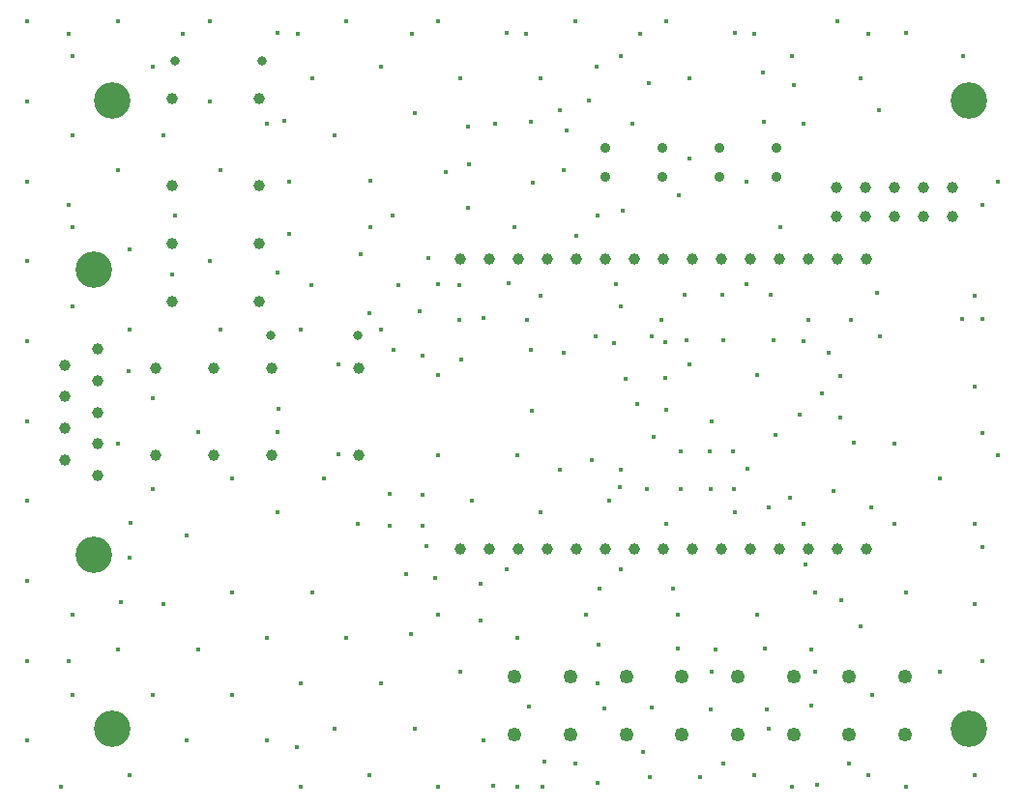
<source format=gbr>
%TF.GenerationSoftware,KiCad,Pcbnew,(5.1.6)-1*%
%TF.CreationDate,2020-12-18T16:39:00+01:00*%
%TF.ProjectId,Board,426f6172-642e-46b6-9963-61645f706362,rev?*%
%TF.SameCoordinates,PX253b400PY7a67730*%
%TF.FileFunction,Plated,1,2,PTH,Drill*%
%TF.FilePolarity,Positive*%
%FSLAX46Y46*%
G04 Gerber Fmt 4.6, Leading zero omitted, Abs format (unit mm)*
G04 Created by KiCad (PCBNEW (5.1.6)-1) date 2020-12-18 16:39:00*
%MOMM*%
%LPD*%
G01*
G04 APERTURE LIST*
%TA.AperFunction,ViaDrill*%
%ADD10C,0.400000*%
%TD*%
%TA.AperFunction,ComponentDrill*%
%ADD11C,0.800000*%
%TD*%
%TA.AperFunction,ComponentDrill*%
%ADD12C,0.900000*%
%TD*%
%TA.AperFunction,ComponentDrill*%
%ADD13C,1.000000*%
%TD*%
%TA.AperFunction,ComponentDrill*%
%ADD14C,1.250000*%
%TD*%
%TA.AperFunction,ComponentDrill*%
%ADD15C,3.200000*%
%TD*%
G04 APERTURE END LIST*
D10*
X1291667Y68557500D03*
X1291667Y61557500D03*
X1291667Y54557500D03*
X1291667Y47557500D03*
X1291667Y40557500D03*
X1291667Y33557500D03*
X1291667Y26557500D03*
X1291667Y19557500D03*
X1291667Y12557500D03*
X1291667Y5557500D03*
X4291667Y1557500D03*
X5000000Y67500000D03*
X5000000Y52500000D03*
X5000000Y12500000D03*
X5291667Y65557500D03*
X5291667Y58557500D03*
X5291667Y50557500D03*
X5291667Y43557500D03*
X5291667Y16557500D03*
X5291667Y9557500D03*
X9291667Y68557500D03*
X9291667Y55557500D03*
X9291667Y31557500D03*
X9291667Y13557500D03*
X9510000Y17700000D03*
X10250000Y37900000D03*
X10291667Y48557500D03*
X10291667Y41557500D03*
X10291667Y21557500D03*
X10291667Y2557500D03*
X10350000Y24600000D03*
X12291667Y64557500D03*
X12291667Y35557500D03*
X12291667Y27557500D03*
X12291667Y9557500D03*
X13291667Y58557500D03*
X13291667Y17557500D03*
X14000000Y46350000D03*
X14291667Y51557500D03*
X15000000Y67500000D03*
X15291667Y23557500D03*
X15291667Y5557500D03*
X16291667Y32557500D03*
X16291667Y13557500D03*
X17291667Y68557500D03*
X17291667Y61557500D03*
X17291667Y47557500D03*
X18291667Y55557500D03*
X18291667Y41557500D03*
X19291667Y28557500D03*
X19291667Y18557500D03*
X19291667Y9557500D03*
X22291667Y59557500D03*
X22291667Y14557500D03*
X22291667Y5557500D03*
X23291667Y67557500D03*
X23291667Y46557500D03*
X23291667Y32557500D03*
X23291667Y25557500D03*
X23350000Y34650000D03*
X23850000Y59870000D03*
X24270000Y49920000D03*
X24291667Y54557500D03*
X24910000Y5000000D03*
X25000000Y67500000D03*
X25291667Y41557500D03*
X25291667Y10557500D03*
X25291667Y1557500D03*
X26250000Y45450000D03*
X26291667Y63557500D03*
X26291667Y18557500D03*
X27291667Y28557500D03*
X28291667Y58557500D03*
X28291667Y6557500D03*
X28550000Y38550000D03*
X28600000Y30600000D03*
X29291667Y68557500D03*
X29291667Y14557500D03*
X30291667Y24557500D03*
X30550000Y48200000D03*
X31280000Y43000000D03*
X31291667Y2557500D03*
X31380000Y54600000D03*
X31380000Y50580000D03*
X32291667Y64557500D03*
X32291667Y41557500D03*
X32291667Y10557500D03*
X33100000Y27150000D03*
X33100000Y24400000D03*
X33291667Y51557500D03*
X33400000Y39750000D03*
X33850000Y45450000D03*
X34484902Y20154902D03*
X34950000Y14900000D03*
X35000000Y67500000D03*
X35291667Y60557500D03*
X35291667Y6557500D03*
X35700000Y43200000D03*
X35950000Y39300000D03*
X35950000Y27050000D03*
X35950000Y24350000D03*
X36291667Y22557500D03*
X36450000Y47850000D03*
X37050000Y19800000D03*
X37291667Y68557500D03*
X37291667Y45557500D03*
X37291667Y37557500D03*
X37291667Y30557500D03*
X37291667Y16557500D03*
X37291667Y1557500D03*
X37950000Y55350000D03*
X39150000Y42450000D03*
X39200000Y45500000D03*
X39291667Y63557500D03*
X39291667Y11557500D03*
X39300000Y38950000D03*
X39930000Y59360000D03*
X39960000Y52220000D03*
X40000000Y56000000D03*
X40291667Y26557500D03*
X41050000Y19300000D03*
X41050000Y16100000D03*
X41291667Y42557500D03*
X41291667Y5557500D03*
X42120000Y1630000D03*
X42291667Y59557500D03*
X43291667Y67557500D03*
X43291667Y20557500D03*
X43450000Y45600000D03*
X44000000Y50500000D03*
X44291667Y30557500D03*
X44291667Y14557500D03*
X44291667Y1557500D03*
X45000000Y67500000D03*
X45100000Y42400000D03*
X45291667Y8557500D03*
X45400000Y59800000D03*
X45400000Y39800000D03*
X45560000Y34450000D03*
X45592001Y54442001D03*
X46291667Y63557500D03*
X46291667Y44557500D03*
X46291667Y25557500D03*
X46470000Y1540000D03*
X46660000Y3740000D03*
X47980000Y60760000D03*
X48000000Y29300000D03*
X48291667Y55557500D03*
X48291667Y39557500D03*
X48600000Y59000000D03*
X49291667Y68557500D03*
X49291667Y3557500D03*
X49390000Y49790000D03*
X50291667Y16557500D03*
X50500000Y61650000D03*
X50800000Y30150000D03*
X51100000Y40950000D03*
X51210000Y64570000D03*
X51240000Y1860000D03*
X51291667Y51557500D03*
X51291667Y10557500D03*
X51400000Y14000000D03*
X51450000Y18850000D03*
X51850000Y8400000D03*
X52291667Y26557500D03*
X52700000Y40400000D03*
X52900000Y45550000D03*
X53220000Y27760000D03*
X53279415Y29320585D03*
X53291667Y65557500D03*
X53291667Y43557500D03*
X53291667Y20557500D03*
X53500000Y52000000D03*
X53750000Y37250000D03*
X54291667Y59557500D03*
X54720000Y35060000D03*
X55000000Y67500000D03*
X55291667Y4557500D03*
X55600000Y27600000D03*
X55780000Y63130000D03*
X55830000Y2380000D03*
X56000000Y40950000D03*
X56050000Y8450000D03*
X56150000Y32150000D03*
X56900000Y42400000D03*
X57200000Y40500000D03*
X57200000Y37300000D03*
X57250000Y34550000D03*
X57291667Y68557500D03*
X57291667Y24557500D03*
X57850000Y18850000D03*
X58291667Y16557500D03*
X58300000Y13600000D03*
X58400000Y53300000D03*
X58550000Y30900000D03*
X58550000Y27600000D03*
X58900000Y44650000D03*
X59050000Y40650000D03*
X59291667Y63557500D03*
X59291667Y56557500D03*
X59291667Y38557500D03*
X60270000Y2330000D03*
X61100000Y30900000D03*
X61150000Y27600000D03*
X61200000Y8300000D03*
X61291667Y33557500D03*
X61291667Y11557500D03*
X61650000Y13500000D03*
X62200000Y44650000D03*
X62291667Y3557500D03*
X62300000Y40650000D03*
X63150000Y30900000D03*
X63250000Y27600000D03*
X63291667Y67557500D03*
X63291667Y25557500D03*
X64291667Y54557500D03*
X64291667Y45557500D03*
X64414000Y29364000D03*
X65000000Y67500000D03*
X65000000Y2500000D03*
X65291667Y37557500D03*
X65291667Y16557500D03*
X65750000Y64050000D03*
X65840000Y59750000D03*
X65900000Y13600000D03*
X66100000Y8300000D03*
X66260000Y25960000D03*
X66291667Y6557500D03*
X66400000Y44650000D03*
X66650000Y40650000D03*
X66850000Y32300000D03*
X67291667Y50557500D03*
X68120000Y26860000D03*
X68291667Y65557500D03*
X68291667Y1557500D03*
X68470000Y63020000D03*
X69000000Y34150000D03*
X69291667Y59557500D03*
X69291667Y40557500D03*
X69291667Y24557500D03*
X69500000Y21000000D03*
X69700000Y42400000D03*
X69950000Y13500000D03*
X69950000Y8600000D03*
X70291667Y18557500D03*
X70291667Y11557500D03*
X70520000Y1680000D03*
X70950000Y35950000D03*
X71500000Y39550000D03*
X71940000Y27430000D03*
X72291667Y68557500D03*
X72500000Y33900000D03*
X72550000Y37500000D03*
X72600000Y17850000D03*
X73291667Y3557500D03*
X73490000Y42390000D03*
X73700000Y31700000D03*
X74291667Y63557500D03*
X74291667Y15557500D03*
X75000000Y67500000D03*
X75000000Y2500000D03*
X75222001Y25960000D03*
X75291667Y9557500D03*
X75750000Y44750000D03*
X75943722Y60806278D03*
X76000000Y41000000D03*
X77291667Y31557500D03*
X77291667Y24557500D03*
X78291667Y67557500D03*
X78291667Y18557500D03*
X78291667Y1557500D03*
X81291667Y28557500D03*
X81291667Y11557500D03*
X83200000Y42500000D03*
X83291667Y65557500D03*
X84291667Y44557500D03*
X84291667Y36557500D03*
X84291667Y24557500D03*
X84291667Y17557500D03*
X84291667Y2557500D03*
X85000000Y52500000D03*
X85000000Y42500000D03*
X85000000Y32500000D03*
X85000000Y22500000D03*
X85000000Y12500000D03*
X86291667Y54557500D03*
X86291667Y30557500D03*
D11*
%TO.C,D7*%
X14250000Y65100000D03*
X21870000Y65100000D03*
%TO.C,D9*%
X22650000Y41050000D03*
X30270000Y41050000D03*
D12*
%TO.C,D4*%
X61960000Y57490000D03*
X61960000Y54950000D03*
%TO.C,D3*%
X56960000Y57490000D03*
X56960000Y54950000D03*
%TO.C,D6*%
X51960000Y57490000D03*
X51960000Y54950000D03*
%TO.C,D5*%
X66960000Y57490000D03*
X66960000Y54950000D03*
D13*
%TO.C,J3*%
X4660000Y38465000D03*
X4660000Y35695000D03*
X4660000Y32925000D03*
X4660000Y30155000D03*
X7500000Y39850000D03*
X7500000Y37080000D03*
X7500000Y34310000D03*
X7500000Y31540000D03*
X7500000Y28770000D03*
%TO.C,K1*%
X13990000Y61820000D03*
X13990000Y54200000D03*
X13990000Y49120000D03*
X13990000Y44040000D03*
X21610000Y61820000D03*
X21610000Y54200000D03*
X21610000Y49120000D03*
X21610000Y44040000D03*
%TO.C,J2*%
X72160000Y53970000D03*
X72160000Y51430000D03*
X74700000Y53970000D03*
X74700000Y51430000D03*
X77240000Y53970000D03*
X77240000Y51430000D03*
X79780000Y53970000D03*
X79780000Y51430000D03*
X82320000Y53970000D03*
X82320000Y51430000D03*
%TO.C,K2*%
X12610000Y38160000D03*
X12610000Y30540000D03*
X17690000Y38160000D03*
X17690000Y30540000D03*
X22770000Y38160000D03*
X22770000Y30540000D03*
X30390000Y38160000D03*
X30390000Y30540000D03*
%TO.C,U2*%
X39262000Y47774000D03*
X39262000Y22374000D03*
X41802000Y47774000D03*
X41802000Y22374000D03*
X44342000Y47774000D03*
X44342000Y22374000D03*
X46882000Y47774000D03*
X46882000Y22374000D03*
X49422000Y47774000D03*
X49422000Y22374000D03*
X51962000Y47774000D03*
X51962000Y22374000D03*
X54502000Y47774000D03*
X54502000Y22374000D03*
X57042000Y47774000D03*
X57042000Y22374000D03*
X59582000Y47774000D03*
X59582000Y22374000D03*
X62122000Y47774000D03*
X62122000Y22374000D03*
X64662000Y47774000D03*
X64662000Y22374000D03*
X67202000Y47774000D03*
X67202000Y22374000D03*
X69742000Y47774000D03*
X69742000Y22374000D03*
X72282000Y47774000D03*
X72282000Y22374000D03*
X74822000Y47774000D03*
X74822000Y22374000D03*
D14*
%TO.C,J1*%
X44030000Y11130000D03*
X44030000Y6130000D03*
X48910000Y11130000D03*
X48910000Y6130000D03*
X53790000Y11130000D03*
X53790000Y6130000D03*
X58670000Y11130000D03*
X58670000Y6130000D03*
X63550000Y11130000D03*
X63550000Y6130000D03*
X68430000Y11130000D03*
X68430000Y6130000D03*
X73310000Y11130000D03*
X73310000Y6130000D03*
X78190000Y11130000D03*
X78190000Y6130000D03*
D15*
%TO.C,MH3*%
X83800000Y61600000D03*
%TO.C,MH4*%
X83800000Y6600000D03*
%TO.C,J3*%
X7200000Y46810000D03*
X7200000Y21810000D03*
%TO.C,MH1*%
X8800000Y6600000D03*
%TO.C,MH2*%
X8800000Y61600000D03*
M02*

</source>
